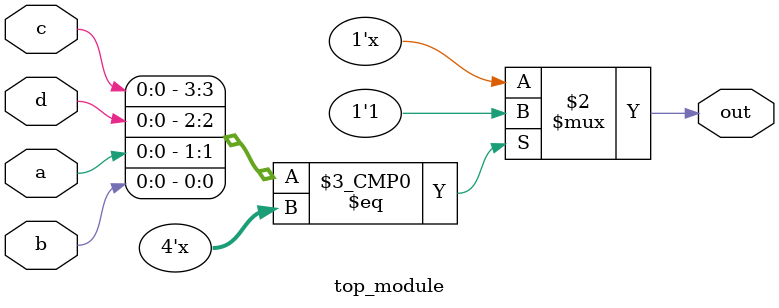
<source format=sv>
module top_module (
    input a,
    input b,
    input c,
    input d,
    output reg out
);

always @(*) begin
    case ({c, d, a, b})
        4'bxxxx: out = 1;
        4'bxx01: out = 0;
        4'bxx11: out = 1;
        4'bxx10: out = 1;
        default: out = 1; // Don't care case
    endcase
end

endmodule

</source>
